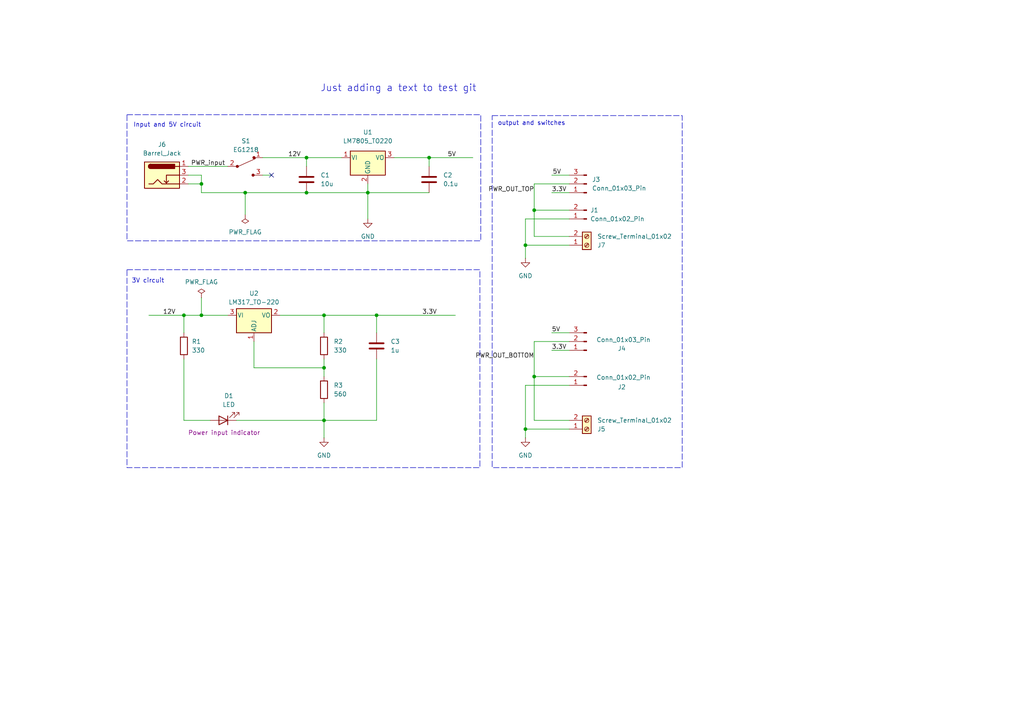
<source format=kicad_sch>
(kicad_sch (version 20231120) (generator "eeschema") (generator_version "8.0")
  (paper "A4")
  (lib_symbols
    (symbol "Connector:Barrel_Jack_Switch" (pin_names hide)
      (property "Reference" "J" (at 0 5.334 0))
      (property "Value" "Barrel_Jack_Switch" (at 0 -5.08 0))
      (symbol "Barrel_Jack_Switch_0_1"
        (rectangle (start -5.08 3.81) (end 5.08 -3.81) (stroke (width 0.254)) (fill (type background)))
        (arc (start -3.302 3.175) (mid -3.9343 2.54) (end -3.302 1.905) (stroke (width 0.254)))
        (arc (start -3.302 3.175) (mid -3.9343 2.54) (end -3.302 1.905) (stroke (width 0.254)) (fill (type outline)))
        (polyline (pts (xy 1.27 -2.286) (xy 1.905 -1.651)) (stroke (width 0.254)))
        (polyline (pts (xy 5.08 2.54) (xy 3.81 2.54)) (stroke (width 0.254)))
        (polyline (pts (xy 5.08 0) (xy 1.27 0) (xy 1.27 -2.286) (xy 0.635 -1.651)) (stroke (width 0.254)))
        (polyline (pts (xy -3.81 -2.54) (xy -2.54 -2.54) (xy -1.27 -1.27) (xy 0 -2.54) (xy 2.54 -2.54) (xy 5.08 -2.54)) (stroke (width 0.254)))
        (rectangle (start 3.683 3.175) (end -3.302 1.905) (stroke (width 0.254)) (fill (type outline)))
      )
      (symbol "Barrel_Jack_Switch_1_1"
        (pin passive line (at 7.62 2.54 180) (length 2.54) (name "~") (number "1"))
        (pin passive line (at 7.62 -2.54 180) (length 2.54) (name "~") (number "2"))
        (pin passive line (at 7.62 0 180) (length 2.54) (name "~") (number "3"))
      )
    )
    (symbol "Connector:Conn_01x02_Pin" (pin_names (offset 1.016) hide)
      (property "Reference" "J" (at 0 2.54 0))
      (property "Value" "Conn_01x02_Pin" (at 0 -5.08 0))
      (symbol "Conn_01x02_Pin_1_1"
        (polyline (pts (xy 1.27 -2.54) (xy 0.8636 -2.54)) (stroke (width 0.1524)))
        (polyline (pts (xy 1.27 0) (xy 0.8636 0)) (stroke (width 0.1524)))
        (rectangle (start 0.8636 -2.413) (end 0 -2.667) (stroke (width 0.1524)) (fill (type outline)))
        (rectangle (start 0.8636 0.127) (end 0 -0.127) (stroke (width 0.1524)) (fill (type outline)))
        (pin passive line (at 5.08 0 180) (length 3.81) (name "Pin_1") (number "1"))
        (pin passive line (at 5.08 -2.54 180) (length 3.81) (name "Pin_2") (number "2"))
      )
    )
    (symbol "Connector:Conn_01x03_Pin" (pin_names (offset 1.016) hide)
      (property "Reference" "J" (at 0 5.08 0))
      (property "Value" "Conn_01x03_Pin" (at 0 -5.08 0))
      (symbol "Conn_01x03_Pin_1_1"
        (polyline (pts (xy 1.27 -2.54) (xy 0.8636 -2.54)) (stroke (width 0.1524)))
        (polyline (pts (xy 1.27 0) (xy 0.8636 0)) (stroke (width 0.1524)))
        (polyline (pts (xy 1.27 2.54) (xy 0.8636 2.54)) (stroke (width 0.1524)))
        (rectangle (start 0.8636 -2.413) (end 0 -2.667) (stroke (width 0.1524)) (fill (type outline)))
        (rectangle (start 0.8636 0.127) (end 0 -0.127) (stroke (width 0.1524)) (fill (type outline)))
        (rectangle (start 0.8636 2.667) (end 0 2.413) (stroke (width 0.1524)) (fill (type outline)))
        (pin passive line (at 5.08 2.54 180) (length 3.81) (name "Pin_1") (number "1"))
        (pin passive line (at 5.08 0 180) (length 3.81) (name "Pin_2") (number "2"))
        (pin passive line (at 5.08 -2.54 180) (length 3.81) (name "Pin_3") (number "3"))
      )
    )
    (symbol "Connector:Screw_Terminal_01x02" (pin_names (offset 1.016) hide)
      (property "Reference" "J" (at 0 2.54 0))
      (property "Value" "Screw_Terminal_01x02" (at 0 -5.08 0))
      (symbol "Screw_Terminal_01x02_1_1"
        (rectangle (start -1.27 1.27) (end 1.27 -3.81) (stroke (width 0.254)) (fill (type background)))
        (circle (center 0 -2.54) (radius 0.635) (stroke (width 0.1524)))
        (polyline (pts (xy -0.5334 -2.2098) (xy 0.3302 -3.048)) (stroke (width 0.1524)))
        (polyline (pts (xy -0.5334 0.3302) (xy 0.3302 -0.508)) (stroke (width 0.1524)))
        (polyline (pts (xy -0.3556 -2.032) (xy 0.508 -2.8702)) (stroke (width 0.1524)))
        (polyline (pts (xy -0.3556 0.508) (xy 0.508 -0.3302)) (stroke (width 0.1524)))
        (circle (center 0 0) (radius 0.635) (stroke (width 0.1524)))
        (pin passive line (at -5.08 0 0) (length 3.81) (name "Pin_1") (number "1"))
        (pin passive line (at -5.08 -2.54 0) (length 3.81) (name "Pin_2") (number "2"))
      )
    )
    (symbol "Device:C" (pin_numbers hide) (pin_names (offset 0.254))
      (property "Reference" "C" (at 0.635 2.54 0))
      (property "Value" "C" (at 0.635 -2.54 0))
      (symbol "C_0_1"
        (polyline (pts (xy -2.032 -0.762) (xy 2.032 -0.762)) (stroke (width 0.508)))
        (polyline (pts (xy -2.032 0.762) (xy 2.032 0.762)) (stroke (width 0.508)))
      )
      (symbol "C_1_1"
        (pin passive line (at 0 3.81 270) (length 2.794) (name "~") (number "1"))
        (pin passive line (at 0 -3.81 90) (length 2.794) (name "~") (number "2"))
      )
    )
    (symbol "Device:LED" (pin_numbers hide) (pin_names (offset 1.016) hide)
      (property "Reference" "D" (at 0 2.54 0))
      (property "Value" "LED" (at 0 -2.54 0))
      (symbol "LED_0_1"
        (polyline (pts (xy -1.27 -1.27) (xy -1.27 1.27)) (stroke (width 0.254)))
        (polyline (pts (xy -1.27 0) (xy 1.27 0)))
        (polyline (pts (xy 1.27 -1.27) (xy 1.27 1.27) (xy -1.27 0) (xy 1.27 -1.27)) (stroke (width 0.254)))
        (polyline (pts (xy -3.048 -0.762) (xy -4.572 -2.286) (xy -3.81 -2.286) (xy -4.572 -2.286) (xy -4.572 -1.524)))
        (polyline (pts (xy -1.778 -0.762) (xy -3.302 -2.286) (xy -2.54 -2.286) (xy -3.302 -2.286) (xy -3.302 -1.524)))
      )
      (symbol "LED_1_1"
        (pin passive line (at -3.81 0 0) (length 2.54) (name "K") (number "1"))
        (pin passive line (at 3.81 0 180) (length 2.54) (name "A") (number "2"))
      )
    )
    (symbol "Device:R" (pin_numbers hide) (pin_names (offset 0))
      (property "Reference" "R" (at 2.032 0 90))
      (property "Value" "R" (at 0 0 90))
      (symbol "R_0_1"
        (rectangle (start -1.016 -2.54) (end 1.016 2.54) (stroke (width 0.254)))
      )
      (symbol "R_1_1"
        (pin passive line (at 0 3.81 270) (length 1.27) (name "~") (number "1"))
        (pin passive line (at 0 -3.81 90) (length 1.27) (name "~") (number "2"))
      )
    )
    (symbol "Regulator_Linear:LM317_TO-220" (pin_names (offset 0.254))
      (property "Reference" "U" (at -3.81 3.175 0))
      (property "Value" "LM317_TO-220" (at 0 3.175 0))
      (symbol "LM317_TO-220_0_1"
        (rectangle (start -5.08 1.905) (end 5.08 -5.08) (stroke (width 0.254)) (fill (type background)))
      )
      (symbol "LM317_TO-220_1_1"
        (pin input line (at 0 -7.62 90) (length 2.54) (name "ADJ") (number "1"))
        (pin power_out line (at 7.62 0 180) (length 2.54) (name "VO") (number "2"))
        (pin power_in line (at -7.62 0 0) (length 2.54) (name "VI") (number "3"))
      )
    )
    (symbol "Regulator_Linear:LM7805_TO220" (pin_names (offset 0.254))
      (property "Reference" "U" (at -3.81 3.175 0))
      (property "Value" "LM7805_TO220" (at 0 3.175 0))
      (symbol "LM7805_TO220_0_1"
        (rectangle (start -5.08 1.905) (end 5.08 -5.08) (stroke (width 0.254)) (fill (type background)))
      )
      (symbol "LM7805_TO220_1_1"
        (pin power_in line (at -7.62 0 0) (length 2.54) (name "VI") (number "1"))
        (pin power_in line (at 0 -7.62 90) (length 2.54) (name "GND") (number "2"))
        (pin power_out line (at 7.62 0 180) (length 2.54) (name "VO") (number "3"))
      )
    )
    (symbol "dk_Slide-Switches:EG1218" (pin_names (offset 0))
      (property "Reference" "S" (at -3.81 2.286 0))
      (property "Value" "EG1218" (at 0 -5.334 0))
      (symbol "EG1218_0_1"
        (circle (center -2.286 0) (radius 0.3556) (fill (type outline)))
        (polyline (pts (xy -2.032 0) (xy 3.048 2.286)))
        (circle (center 2.286 -2.54) (radius 0.3556) (fill (type outline)))
        (circle (center 2.54 2.54) (radius 0.3556) (fill (type outline)))
      )
      (symbol "EG1218_1_1"
        (pin passive line (at 5.08 2.54 180) (length 2.54) (name "~") (number "1"))
        (pin passive line (at -5.08 0 0) (length 2.54) (name "~") (number "2"))
        (pin passive line (at 5.08 -2.54 180) (length 2.54) (name "~") (number "3"))
      )
    )
    (symbol "power:GND" (power) (pin_numbers hide) (pin_names (offset 0) hide)
      (property "Value" "GND" (at 0 -3.81 0))
      (symbol "GND_0_1"
        (polyline (pts (xy 0 0) (xy 0 -1.27) (xy 1.27 -1.27) (xy 0 -2.54) (xy -1.27 -1.27) (xy 0 -1.27)))
      )
      (symbol "GND_1_1"
        (pin power_in line (at 0 0 270) (length 0) (name "~") (number "1"))
      )
    )
    (symbol "power:PWR_FLAG" (power) (pin_numbers hide) (pin_names (offset 0) hide)
      (property "Value" "PWR_FLAG" (at 0 3.81 0))
      (symbol "PWR_FLAG_0_0"
        (pin power_out line (at 0 0 90) (length 0) (name "~") (number "1"))
      )
      (symbol "PWR_FLAG_0_1"
        (polyline (pts (xy 0 0) (xy 0 1.27) (xy -1.016 1.905) (xy 0 2.54) (xy 1.016 1.905) (xy 0 1.27)))
      )
    )
  )
  (junction (at 71.12 55.88))
  (junction (at 93.98 121.92))
  (junction (at 53.34 91.44))
  (junction (at 109.22 91.44))
  (junction (at 88.9 55.88))
  (junction (at 154.94 109.22))
  (junction (at 93.98 91.44))
  (junction (at 152.4 124.46))
  (junction (at 152.4 71.12))
  (junction (at 58.42 53.34))
  (junction (at 93.98 106.68))
  (junction (at 124.46 45.72))
  (junction (at 88.9 45.72))
  (junction (at 106.68 55.88))
  (junction (at 58.42 91.44))
  (junction (at 154.94 60.96))
  (no_connect (at 78.74 50.8))
  (wire (pts (xy 124.46 45.72) (xy 137.16 45.72)))
  (wire (pts (xy 106.68 55.88) (xy 124.46 55.88)))
  (wire (pts (xy 106.68 55.88) (xy 106.68 63.5)))
  (wire (pts (xy 54.61 48.26) (xy 66.04 48.26)))
  (wire (pts (xy 93.98 121.92) (xy 109.22 121.92)))
  (wire (pts (xy 160.02 96.52) (xy 165.1 96.52)))
  (wire (pts (xy 60.96 121.92) (xy 53.34 121.92)))
  (wire (pts (xy 68.58 121.92) (xy 93.98 121.92)))
  (wire (pts (xy 93.98 106.68) (xy 93.98 109.22)))
  (wire (pts (xy 165.1 68.58) (xy 154.94 68.58)))
  (wire (pts (xy 152.4 124.46) (xy 165.1 124.46)))
  (wire (pts (xy 43.18 91.44) (xy 53.34 91.44)))
  (wire (pts (xy 165.1 111.76) (xy 152.4 111.76)))
  (wire (pts (xy 109.22 104.14) (xy 109.22 121.92)))
  (wire (pts (xy 81.28 91.44) (xy 93.98 91.44)))
  (wire (pts (xy 160.02 55.88) (xy 165.1 55.88)))
  (wire (pts (xy 54.61 53.34) (xy 58.42 53.34)))
  (wire (pts (xy 160.02 101.6) (xy 165.1 101.6)))
  (wire (pts (xy 88.9 45.72) (xy 88.9 48.26)))
  (wire (pts (xy 152.4 124.46) (xy 152.4 127)))
  (wire (pts (xy 53.34 91.44) (xy 53.34 96.52)))
  (wire (pts (xy 152.4 63.5) (xy 152.4 71.12)))
  (wire (pts (xy 106.68 53.34) (xy 106.68 55.88)))
  (wire (pts (xy 58.42 50.8) (xy 58.42 53.34)))
  (wire (pts (xy 76.2 45.72) (xy 88.9 45.72)))
  (wire (pts (xy 165.1 71.12) (xy 152.4 71.12)))
  (wire (pts (xy 58.42 53.34) (xy 58.42 55.88)))
  (wire (pts (xy 58.42 91.44) (xy 66.04 91.44)))
  (wire (pts (xy 109.22 91.44) (xy 132.08 91.44)))
  (wire (pts (xy 54.61 50.8) (xy 58.42 50.8)))
  (wire (pts (xy 93.98 91.44) (xy 93.98 96.52)))
  (wire (pts (xy 88.9 55.88) (xy 106.68 55.88)))
  (wire (pts (xy 154.94 109.22) (xy 154.94 99.06)))
  (wire (pts (xy 71.12 55.88) (xy 71.12 62.23)))
  (wire (pts (xy 124.46 45.72) (xy 124.46 48.26)))
  (wire (pts (xy 53.34 121.92) (xy 53.34 104.14)))
  (wire (pts (xy 58.42 55.88) (xy 71.12 55.88)))
  (wire (pts (xy 160.02 50.8) (xy 165.1 50.8)))
  (wire (pts (xy 154.94 99.06) (xy 165.1 99.06)))
  (wire (pts (xy 88.9 45.72) (xy 99.06 45.72)))
  (wire (pts (xy 71.12 55.88) (xy 88.9 55.88)))
  (wire (pts (xy 114.3 45.72) (xy 124.46 45.72)))
  (wire (pts (xy 109.22 91.44) (xy 109.22 96.52)))
  (wire (pts (xy 53.34 91.44) (xy 58.42 91.44)))
  (wire (pts (xy 93.98 91.44) (xy 109.22 91.44)))
  (wire (pts (xy 78.74 50.8) (xy 76.2 50.8)))
  (wire (pts (xy 73.66 99.06) (xy 73.66 106.68)))
  (wire (pts (xy 93.98 116.84) (xy 93.98 121.92)))
  (wire (pts (xy 73.66 106.68) (xy 93.98 106.68)))
  (wire (pts (xy 154.94 53.34) (xy 165.1 53.34)))
  (wire (pts (xy 93.98 127) (xy 93.98 121.92)))
  (wire (pts (xy 154.94 68.58) (xy 154.94 60.96)))
  (wire (pts (xy 165.1 121.92) (xy 154.94 121.92)))
  (wire (pts (xy 93.98 104.14) (xy 93.98 106.68)))
  (wire (pts (xy 152.4 71.12) (xy 152.4 74.93)))
  (wire (pts (xy 152.4 111.76) (xy 152.4 124.46)))
  (wire (pts (xy 154.94 60.96) (xy 165.1 60.96)))
  (wire (pts (xy 154.94 53.34) (xy 154.94 60.96)))
  (wire (pts (xy 165.1 63.5) (xy 152.4 63.5)))
  (wire (pts (xy 58.42 86.36) (xy 58.42 91.44)))
  (wire (pts (xy 154.94 109.22) (xy 154.94 121.92)))
  (wire (pts (xy 154.94 109.22) (xy 165.1 109.22)))
  (rectangle (start 36.83 78.232) (end 139.192 135.636) (stroke (width 0) (type dash)))
  (rectangle (start 142.748 33.528) (end 197.866 135.636) (stroke (width 0) (type dash)))
  (rectangle (start 36.83 33.274) (end 139.446 69.85) (stroke (width 0) (type dash)))
  (text "Just adding a text to test git" (at 115.57 25.654 0) (effects (font (size 2 2))))
  (text "3V circuit" (at 42.926 81.534 0) (effects (font (size 1.27 1.27))))
  (text "output and switches" (at 154.178 35.814 0) (effects (font (size 1.27 1.27))))
  (text "Input and 5V circuit\n" (at 48.514 36.322 0) (effects (font (size 1.27 1.27))))
  (label "PWR_OUT_BOTTOM" (at 154.94 104.14 180))
  (label "5V" (at 160.02 96.52 0))
  (label "PWR_input" (at 55.372 48.26 0))
  (label "5V" (at 129.794 45.72 0))
  (label "PWR_OUT_TOP" (at 154.94 55.88 180))
  (label "5V" (at 160.274 50.8 0))
  (label "12V" (at 47.244 91.44 0))
  (label "3.3V" (at 160.02 55.88 0))
  (label "12V" (at 83.566 45.72 0))
  (label "3.3V" (at 160.02 101.6 0))
  (label "3.3V" (at 122.428 91.44 0))
  (symbol (lib_id "power:PWR_FLAG") (at 58.42 86.36 0) (unit 1)
    (property "Reference" "#FLG02" (effects (hide yes)))
    (property "Value" "PWR_FLAG" (at 58.42 81.788 0))
    (property "Description" "Special symbol for telling ERC where power comes from" (effects (hide yes)))
  )
  (symbol (lib_id "power:GND") (at 152.4 74.93 0) (unit 1)
    (property "Reference" "#PWR03" (effects (hide yes)))
    (property "Value" "GND" (at 152.4 80.01 0))
    (property "Description" "Power symbol creates a global label with name \"GND\" , ground" (effects (hide yes)))
  )
  (symbol (lib_id "Connector:Barrel_Jack_Switch") (at 46.99 50.8 0) (unit 1)
    (property "Reference" "J6" (at 46.99 41.91 0))
    (property "Value" "Barrel_Jack" (at 46.99 44.45 0))
    (property "Footprint" "Connector_BarrelJack:BarrelJack_Horizontal" (effects (hide yes)))
    (property "Description" "DC Barrel Jack with an internal switch" (effects (hide yes)))
  )
  (symbol (lib_id "Regulator_Linear:LM7805_TO220") (at 106.68 45.72 0) (unit 1)
    (property "Reference" "U1" (at 106.68 38.354 0))
    (property "Value" "LM7805_TO220" (at 106.68 40.894 0))
    (property "Footprint" "Package_TO_SOT_THT:TO-220-3_Vertical" (effects (hide yes)))
    (property "Datasheet" "https://www.onsemi.cn/PowerSolutions/document/MC7800-D.PDF" (effects (hide yes)))
    (property "Description" "Positive 1A 35V Linear Regulator, Fixed Output 5V, TO-220" (effects (hide yes)))
  )
  (symbol (lib_id "Regulator_Linear:LM317_TO-220") (at 73.66 91.44 0) (unit 1)
    (property "Reference" "U2" (at 73.66 85.09 0))
    (property "Value" "LM317_TO-220" (at 73.66 87.63 0))
    (property "Footprint" "Package_TO_SOT_THT:TO-220-3_Vertical" (effects (hide yes)))
    (property "Datasheet" "http://www.ti.com/lit/ds/symlink/lm317.pdf" (effects (hide yes)))
    (property "Description" "1.5A 35V Adjustable Linear Regulator, TO-220" (effects (hide yes)))
  )
  (symbol (lib_id "Device:R") (at 93.98 113.03 180) (unit 1)
    (property "Reference" "R3" (at 96.774 111.7599 0) (effects (justify right)))
    (property "Value" "560" (at 96.774 114.2999 0) (effects (justify right)))
    (property "Footprint" "Resistor_THT:R_Axial_DIN0204_L3.6mm_D1.6mm_P7.62mm_Horizontal" (effects (hide yes)))
    (property "Description" "Resistor" (effects (hide yes)))
  )
  (symbol (lib_id "Device:C") (at 109.22 100.33 0) (unit 1)
    (property "Reference" "C3" (at 113.284 99.0599 0) (effects (justify left)))
    (property "Value" "1u" (at 113.284 101.5999 0) (effects (justify left)))
    (property "Footprint" "Capacitor_THT:C_Disc_D3.0mm_W1.6mm_P2.50mm" (effects (hide yes)))
    (property "Description" "Unpolarized capacitor" (effects (hide yes)))
  )
  (symbol (lib_id "power:PWR_FLAG") (at 71.12 62.23 180) (unit 1)
    (property "Reference" "#FLG01" (effects (hide yes)))
    (property "Value" "PWR_FLAG" (at 71.12 67.31 0))
    (property "Description" "Special symbol for telling ERC where power comes from" (effects (hide yes)))
  )
  (symbol (lib_id "Device:LED") (at 64.77 121.92 180) (unit 1)
    (property "Reference" "D1" (at 66.3575 114.808 0))
    (property "Value" "LED" (at 66.3575 117.348 0))
    (property "Footprint" "LED_THT:LED_D5.0mm_Clear" (effects (hide yes)))
    (property "Description" "Light emitting diode" (effects (hide yes)))
    (property "Purpose" "Power input indicator" (at 65.024 125.476 0))
  )
  (symbol (lib_id "Connector:Screw_Terminal_01x02") (at 170.18 71.12 0) (mirror x) (unit 1)
    (property "Reference" "J7" (at 173.228 71.1201 0) (effects (justify left)))
    (property "Value" "Screw_Terminal_01x02" (at 173.228 68.5801 0) (effects (justify left)))
    (property "Footprint" "TerminalBlock:TerminalBlock_bornier-2_P5.08mm" (effects (hide yes)))
    (property "Description" "Generic screw terminal, single row, 01x02, script generated (kicad-library-utils/schlib/autogen/connector/)" (effects (hide yes)))
  )
  (symbol (lib_id "power:GND") (at 93.98 127 0) (unit 1)
    (property "Reference" "#PWR02" (effects (hide yes)))
    (property "Value" "GND" (at 93.98 132.08 0))
    (property "Description" "Power symbol creates a global label with name \"GND\" , ground" (effects (hide yes)))
  )
  (symbol (lib_id "power:GND") (at 152.4 127 0) (unit 1)
    (property "Reference" "#PWR04" (effects (hide yes)))
    (property "Value" "GND" (at 152.4 132.08 0))
    (property "Description" "Power symbol creates a global label with name \"GND\" , ground" (effects (hide yes)))
  )
  (symbol (lib_id "power:GND") (at 106.68 63.5 0) (unit 1)
    (property "Reference" "#PWR01" (effects (hide yes)))
    (property "Value" "GND" (at 106.68 68.58 0))
    (property "Description" "Power symbol creates a global label with name \"GND\" , ground" (effects (hide yes)))
  )
  (symbol (lib_id "Device:C") (at 124.46 52.07 0) (unit 1)
    (property "Reference" "C2" (at 128.524 50.7999 0) (effects (justify left)))
    (property "Value" "0.1u" (at 128.524 53.3399 0) (effects (justify left)))
    (property "Footprint" "Capacitor_THT:C_Disc_D3.0mm_W1.6mm_P2.50mm" (effects (hide yes)))
    (property "Description" "Unpolarized capacitor" (effects (hide yes)))
  )
  (symbol (lib_id "Device:R") (at 53.34 100.33 180) (unit 1)
    (property "Reference" "R1" (at 55.626 99.0599 0) (effects (justify right)))
    (property "Value" "330" (at 55.626 101.5999 0) (effects (justify right)))
    (property "Footprint" "Resistor_THT:R_Axial_DIN0204_L3.6mm_D1.6mm_P7.62mm_Horizontal" (effects (hide yes)))
    (property "Description" "Resistor" (effects (hide yes)))
  )
  (symbol (lib_id "Connector:Conn_01x03_Pin") (at 170.18 53.34 180) (unit 1)
    (property "Reference" "J3" (at 171.704 52.0699 0) (effects (justify right)))
    (property "Value" "Conn_01x03_Pin" (at 171.704 54.6099 0) (effects (justify right)))
    (property "Footprint" "Connector_PinHeader_2.54mm:PinHeader_1x03_P2.54mm_Vertical" (effects (hide yes)))
    (property "Description" "Generic connector, single row, 01x03, script generated" (effects (hide yes)))
  )
  (symbol (lib_id "Connector:Conn_01x03_Pin") (at 170.18 99.06 180) (unit 1)
    (property "Reference" "J4" (at 180.34 101.092 0))
    (property "Value" "Conn_01x03_Pin" (at 180.848 98.552 0))
    (property "Footprint" "Connector_PinHeader_2.54mm:PinHeader_1x03_P2.54mm_Vertical" (effects (hide yes)))
    (property "Description" "Generic connector, single row, 01x03, script generated" (effects (hide yes)))
  )
  (symbol (lib_id "Connector:Conn_01x02_Pin") (at 170.18 63.5 180) (unit 1)
    (property "Reference" "J1" (at 171.196 60.9599 0) (effects (justify right)))
    (property "Value" "Conn_01x02_Pin" (at 171.196 63.4999 0) (effects (justify right)))
    (property "Footprint" "Connector_PinHeader_2.54mm:PinHeader_1x02_P2.54mm_Vertical" (effects (hide yes)))
    (property "Description" "Generic connector, single row, 01x02, script generated" (effects (hide yes)))
  )
  (symbol (lib_id "Connector:Conn_01x02_Pin") (at 170.18 111.76 180) (unit 1)
    (property "Reference" "J2" (at 180.34 112.268 0))
    (property "Value" "Conn_01x02_Pin" (at 180.848 109.474 0))
    (property "Footprint" "Connector_PinHeader_2.54mm:PinHeader_1x02_P2.54mm_Vertical" (effects (hide yes)))
    (property "Description" "Generic connector, single row, 01x02, script generated" (effects (hide yes)))
  )
  (symbol (lib_id "Device:R") (at 93.98 100.33 180) (unit 1)
    (property "Reference" "R2" (at 96.774 99.0599 0) (effects (justify right)))
    (property "Value" "330" (at 96.774 101.5999 0) (effects (justify right)))
    (property "Footprint" "Resistor_THT:R_Axial_DIN0204_L3.6mm_D1.6mm_P7.62mm_Horizontal" (effects (hide yes)))
    (property "Description" "Resistor" (effects (hide yes)))
  )
  (symbol (lib_id "dk_Slide-Switches:EG1218") (at 71.12 48.26 0) (unit 1)
    (property "Reference" "S1" (at 71.3232 40.894 0))
    (property "Value" "EG1218" (at 71.3232 43.434 0))
    (property "Footprint" "digikey-footprints:Switch_Slide_11.6x4mm_EG1218" (effects (hide yes)))
    (property "Datasheet" "http://spec_sheets.e-switch.com/specs/P040040.pdf" (effects (hide yes)))
    (property "Description" "SWITCH SLIDE SPDT 200MA 30V" (effects (hide yes)))
    (property "Digi-Key_PN" "EG1903-ND" (effects (hide yes)))
    (property "MPN" "EG1218" (effects (hide yes)))
    (property "Category" "Switches" (effects (hide yes)))
    (property "Family" "Slide Switches" (effects (hide yes)))
    (property "DK_Datasheet_Link" "http://spec_sheets.e-switch.com/specs/P040040.pdf" (effects (hide yes)))
    (property "DK_Detail_Page" "/product-detail/en/e-switch/EG1218/EG1903-ND/101726" (effects (hide yes)))
    (property "Description_1" "SWITCH SLIDE SPDT 200MA 30V" (effects (hide yes)))
    (property "Manufacturer" "E-Switch" (effects (hide yes)))
    (property "Status" "Active" (effects (hide yes)))
  )
  (symbol (lib_id "Device:C") (at 88.9 52.07 0) (unit 1)
    (property "Reference" "C1" (at 92.964 50.7999 0) (effects (justify left)))
    (property "Value" "10u" (at 92.964 53.3399 0) (effects (justify left)))
    (property "Footprint" "Capacitor_THT:C_Disc_D3.0mm_W1.6mm_P2.50mm" (effects (hide yes)))
    (property "Description" "Unpolarized capacitor" (effects (hide yes)))
  )
  (symbol (lib_id "Connector:Screw_Terminal_01x02") (at 170.18 124.46 0) (mirror x) (unit 1)
    (property "Reference" "J5" (at 173.228 124.4601 0) (effects (justify left)))
    (property "Value" "Screw_Terminal_01x02" (at 173.228 121.9201 0) (effects (justify left)))
    (property "Footprint" "TerminalBlock:TerminalBlock_bornier-2_P5.08mm" (effects (hide yes)))
    (property "Description" "Generic screw terminal, single row, 01x02, script generated (kicad-library-utils/schlib/autogen/connector/)" (effects (hide yes)))
  )
)
</source>
